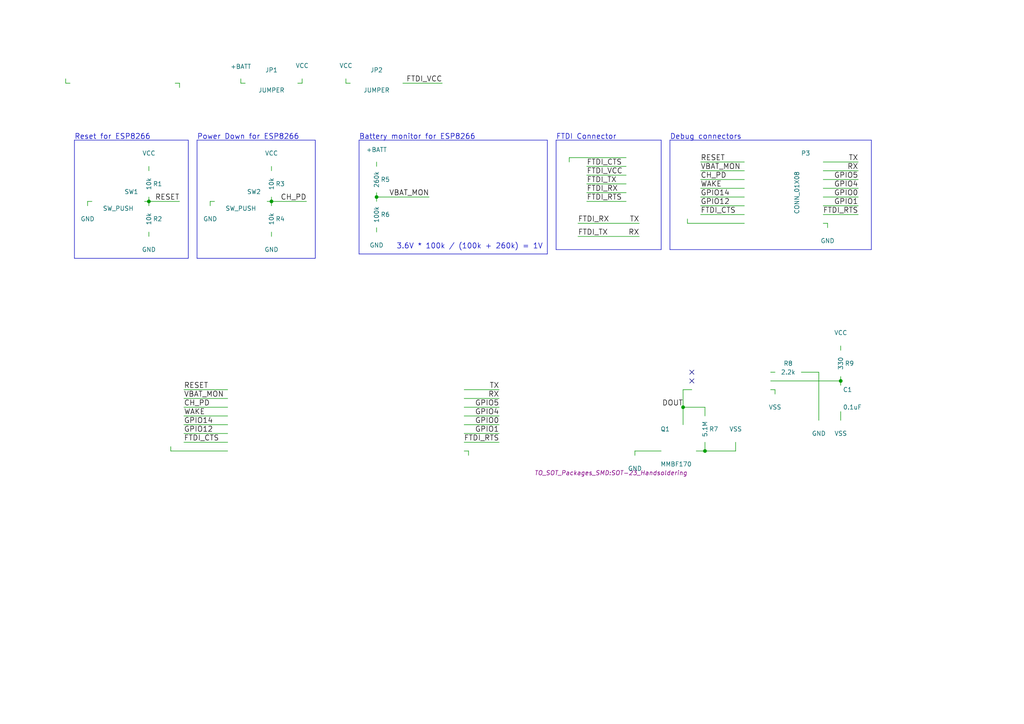
<source format=kicad_sch>
(kicad_sch (version 20230121) (generator eeschema)
  (paper "A4")
  (lib_symbols)
  (junction (at 243.84 110.49))
  (junction (at 78.74 58.42))
  (junction (at 204.47 130.81))
  (junction (at 43.18 58.42))
  (junction (at 198.12 118.11))
  (junction (at 109.22 57.15))
  (no_connect (at 200.66 110.49))
  (no_connect (at 200.66 107.95))
  (wire (pts (xy 53.34 123.19) (xy 66.04 123.19)))
  (wire (pts (xy 109.22 48.26) (xy 109.22 46.99)))
  (wire (pts (xy 223.52 110.49) (xy 243.84 110.49)))
  (wire (pts (xy 53.34 125.73) (xy 66.04 125.73)))
  (wire (pts (xy 198.12 113.03) (xy 198.12 118.11)))
  (wire (pts (xy 43.18 58.42) (xy 43.18 59.69)))
  (wire (pts (xy 167.64 64.77) (xy 185.42 64.77)))
  (polyline (pts (xy 161.29 40.64) (xy 161.29 72.39)))
  (wire (pts (xy 199.39 64.77) (xy 215.9 64.77)))
  (wire (pts (xy 49.53 129.54) (xy 49.53 130.81)))
  (wire (pts (xy 53.34 118.11) (xy 66.04 118.11)))
  (wire (pts (xy 204.47 130.81) (xy 213.36 130.81)))
  (wire (pts (xy 224.79 113.03) (xy 223.52 113.03)))
  (wire (pts (xy 243.84 109.22) (xy 243.84 110.49)))
  (wire (pts (xy 238.76 54.61) (xy 248.92 54.61)))
  (polyline (pts (xy 252.73 40.64) (xy 252.73 72.39)))
  (wire (pts (xy 199.39 63.5) (xy 199.39 64.77)))
  (wire (pts (xy 78.74 48.26) (xy 78.74 49.53)))
  (wire (pts (xy 78.74 58.42) (xy 78.74 59.69)))
  (wire (pts (xy 248.92 62.23) (xy 238.76 62.23)))
  (polyline (pts (xy 104.14 73.66) (xy 158.75 73.66)))
  (wire (pts (xy 52.07 24.13) (xy 52.07 25.4)))
  (wire (pts (xy 43.18 58.42) (xy 52.07 58.42)))
  (wire (pts (xy 213.36 130.81) (xy 213.36 128.27)))
  (wire (pts (xy 134.62 120.65) (xy 144.78 120.65)))
  (wire (pts (xy 203.2 49.53) (xy 215.9 49.53)))
  (wire (pts (xy 53.34 115.57) (xy 66.04 115.57)))
  (wire (pts (xy 185.42 68.58) (xy 167.64 68.58)))
  (wire (pts (xy 78.74 58.42) (xy 88.9 58.42)))
  (wire (pts (xy 144.78 118.11) (xy 134.62 118.11)))
  (wire (pts (xy 69.85 22.86) (xy 69.85 24.13)))
  (wire (pts (xy 204.47 118.11) (xy 198.12 118.11)))
  (polyline (pts (xy 57.15 74.93) (xy 57.15 40.64)))
  (wire (pts (xy 243.84 110.49) (xy 243.84 111.76)))
  (wire (pts (xy 124.46 57.15) (xy 109.22 57.15)))
  (wire (pts (xy 243.84 119.38) (xy 243.84 121.92)))
  (polyline (pts (xy 194.31 40.64) (xy 252.73 40.64)))
  (wire (pts (xy 53.34 128.27) (xy 66.04 128.27)))
  (polyline (pts (xy 54.61 40.64) (xy 54.61 74.93)))
  (polyline (pts (xy 104.14 40.64) (xy 104.14 73.66)))
  (polyline (pts (xy 158.75 73.66) (xy 158.75 40.64)))
  (polyline (pts (xy 158.75 40.64) (xy 104.14 40.64)))
  (wire (pts (xy 109.22 57.15) (xy 109.22 58.42)))
  (wire (pts (xy 201.93 130.81) (xy 204.47 130.81)))
  (wire (pts (xy 144.78 128.27) (xy 134.62 128.27)))
  (polyline (pts (xy 191.77 72.39) (xy 191.77 40.64)))
  (wire (pts (xy 135.89 130.81) (xy 135.89 132.08)))
  (wire (pts (xy 25.4 58.42) (xy 25.4 59.69)))
  (wire (pts (xy 53.34 113.03) (xy 66.04 113.03)))
  (wire (pts (xy 181.61 53.34) (xy 170.18 53.34)))
  (wire (pts (xy 238.76 49.53) (xy 248.92 49.53)))
  (polyline (pts (xy 191.77 40.64) (xy 161.29 40.64)))
  (wire (pts (xy 144.78 123.19) (xy 134.62 123.19)))
  (polyline (pts (xy 91.44 74.93) (xy 57.15 74.93)))
  (wire (pts (xy 53.34 120.65) (xy 66.04 120.65)))
  (wire (pts (xy 165.1 45.72) (xy 181.61 45.72)))
  (wire (pts (xy 184.15 130.81) (xy 191.77 130.81)))
  (wire (pts (xy 60.96 58.42) (xy 60.96 59.69)))
  (wire (pts (xy 203.2 62.23) (xy 215.9 62.23)))
  (wire (pts (xy 224.79 114.3) (xy 224.79 113.03)))
  (polyline (pts (xy 21.59 74.93) (xy 21.59 40.64)))
  (polyline (pts (xy 21.59 40.64) (xy 54.61 40.64)))
  (wire (pts (xy 238.76 59.69) (xy 248.92 59.69)))
  (wire (pts (xy 144.78 113.03) (xy 134.62 113.03)))
  (wire (pts (xy 203.2 54.61) (xy 215.9 54.61)))
  (wire (pts (xy 77.47 58.42) (xy 78.74 58.42)))
  (wire (pts (xy 203.2 57.15) (xy 215.9 57.15)))
  (wire (pts (xy 87.63 24.13) (xy 87.63 22.86)))
  (wire (pts (xy 170.18 55.88) (xy 181.61 55.88)))
  (wire (pts (xy 109.22 67.31) (xy 109.22 66.04)))
  (polyline (pts (xy 54.61 74.93) (xy 21.59 74.93)))
  (wire (pts (xy 60.96 58.42) (xy 62.23 58.42)))
  (wire (pts (xy 49.53 130.81) (xy 66.04 130.81)))
  (polyline (pts (xy 161.29 72.39) (xy 191.77 72.39)))
  (wire (pts (xy 240.03 64.77) (xy 240.03 66.04)))
  (polyline (pts (xy 91.44 40.64) (xy 91.44 74.93)))
  (wire (pts (xy 100.33 22.86) (xy 100.33 24.13)))
  (wire (pts (xy 69.85 24.13) (xy 71.12 24.13)))
  (wire (pts (xy 78.74 68.58) (xy 78.74 67.31)))
  (wire (pts (xy 43.18 48.26) (xy 43.18 49.53)))
  (wire (pts (xy 184.15 130.81) (xy 184.15 132.08)))
  (wire (pts (xy 204.47 128.27) (xy 204.47 130.81)))
  (wire (pts (xy 248.92 57.15) (xy 238.76 57.15)))
  (wire (pts (xy 165.1 45.72) (xy 165.1 46.99)))
  (wire (pts (xy 200.66 113.03) (xy 198.12 113.03)))
  (wire (pts (xy 238.76 64.77) (xy 240.03 64.77)))
  (polyline (pts (xy 252.73 72.39) (xy 194.31 72.39)))
  (wire (pts (xy 134.62 130.81) (xy 135.89 130.81)))
  (wire (pts (xy 19.05 22.86) (xy 19.05 24.13)))
  (wire (pts (xy 100.33 24.13) (xy 101.6 24.13)))
  (wire (pts (xy 203.2 59.69) (xy 215.9 59.69)))
  (wire (pts (xy 181.61 58.42) (xy 170.18 58.42)))
  (wire (pts (xy 43.18 57.15) (xy 43.18 58.42)))
  (wire (pts (xy 204.47 120.65) (xy 204.47 118.11)))
  (wire (pts (xy 203.2 52.07) (xy 215.9 52.07)))
  (wire (pts (xy 43.18 67.31) (xy 43.18 68.58)))
  (wire (pts (xy 116.84 24.13) (xy 128.27 24.13)))
  (wire (pts (xy 224.79 107.95) (xy 223.52 107.95)))
  (wire (pts (xy 248.92 46.99) (xy 238.76 46.99)))
  (wire (pts (xy 134.62 115.57) (xy 144.78 115.57)))
  (wire (pts (xy 170.18 50.8) (xy 181.61 50.8)))
  (wire (pts (xy 248.92 52.07) (xy 238.76 52.07)))
  (wire (pts (xy 50.8 24.13) (xy 52.07 24.13)))
  (wire (pts (xy 19.05 24.13) (xy 20.32 24.13)))
  (wire (pts (xy 232.41 107.95) (xy 237.49 107.95)))
  (wire (pts (xy 86.36 24.13) (xy 87.63 24.13)))
  (wire (pts (xy 237.49 107.95) (xy 237.49 121.92)))
  (polyline (pts (xy 57.15 40.64) (xy 91.44 40.64)))
  (wire (pts (xy 41.91 58.42) (xy 43.18 58.42)))
  (polyline (pts (xy 194.31 72.39) (xy 194.31 40.64)))
  (wire (pts (xy 78.74 57.15) (xy 78.74 58.42)))
  (wire (pts (xy 26.67 58.42) (xy 25.4 58.42)))
  (wire (pts (xy 198.12 118.11) (xy 198.12 123.19)))
  (wire (pts (xy 181.61 48.26) (xy 170.18 48.26)))
  (wire (pts (xy 243.84 100.33) (xy 243.84 101.6)))
  (wire (pts (xy 109.22 55.88) (xy 109.22 57.15)))
  (wire (pts (xy 134.62 125.73) (xy 144.78 125.73)))
  (wire (pts (xy 203.2 46.99) (xy 215.9 46.99)))
  (text "Battery monitor for ESP8266" (at 104.14 40.64 0) (effects (font (size 1.524 1.524)) (justify left bottom)))
  (text "Power Down for ESP8266" (at 57.15 40.64 0) (effects (font (size 1.524 1.524)) (justify left bottom)))
  (text "3.6V * 100k / (100k + 260k) = 1V" (at 157.48 72.39 0) (effects (font (size 1.524 1.524)) (justify right bottom)))
  (text "Reset for ESP8266" (at 21.59 40.64 0) (effects (font (size 1.524 1.524)) (justify left bottom)))
  (text "Debug connectors" (at 194.31 40.64 0) (effects (font (size 1.524 1.524)) (justify left bottom)))
  (text "FTDI Connector" (at 161.29 40.64 0) (effects (font (size 1.524 1.524)) (justify left bottom)))
  (label "GPIO4" (at 248.92 54.61 180) (effects (font (size 1.524 1.524))))
  (label "RESET" (at 53.34 113.03 0) (effects (font (size 1.524 1.524))))
  (label "FTDI_CTS" (at 53.34 128.27 0) (effects (font (size 1.524 1.524))))
  (label "GPIO1" (at 248.92 59.69 180) (effects (font (size 1.524 1.524))))
  (label "GPIO1" (at 144.78 125.73 180) (effects (font (size 1.524 1.524))))
  (label "RESET" (at 52.07 58.42 180) (effects (font (size 1.524 1.524))))
  (label "RX" (at 144.78 115.57 180) (effects (font (size 1.524 1.524))))
  (label "TX" (at 248.92 46.99 180) (effects (font (size 1.524 1.524))))
  (label "FTDI_TX" (at 170.18 53.34 0) (effects (font (size 1.524 1.524))))
  (label "RX" (at 248.92 49.53 180) (effects (font (size 1.524 1.524))))
  (label "TX" (at 144.78 113.03 180) (effects (font (size 1.524 1.524))))
  (label "GPIO12" (at 53.34 125.73 0) (effects (font (size 1.524 1.524))))
  (label "FTDI_TX" (at 167.64 68.58 0) (effects (font (size 1.524 1.524))))
  (label "VBAT_MON" (at 203.2 49.53 0) (effects (font (size 1.524 1.524))))
  (label "FTDI_RTS" (at 144.78 128.27 180) (effects (font (size 1.524 1.524))))
  (label "GPIO14" (at 53.34 123.19 0) (effects (font (size 1.524 1.524))))
  (label "GPIO12" (at 203.2 59.69 0) (effects (font (size 1.524 1.524))))
  (label "GPIO0" (at 248.92 57.15 180) (effects (font (size 1.524 1.524))))
  (label "GPIO5" (at 144.78 118.11 180) (effects (font (size 1.524 1.524))))
  (label "CH_PD" (at 53.34 118.11 0) (effects (font (size 1.524 1.524))))
  (label "FTDI_VCC" (at 170.18 50.8 0) (effects (font (size 1.524 1.524))))
  (label "FTDI_RTS" (at 248.92 62.23 180) (effects (font (size 1.524 1.524))))
  (label "VBAT_MON" (at 124.46 57.15 180) (effects (font (size 1.524 1.524))))
  (label "WAKE" (at 53.34 120.65 0) (effects (font (size 1.524 1.524))))
  (label "FTDI_VCC" (at 128.27 24.13 180) (effects (font (size 1.524 1.524))))
  (label "CH_PD" (at 203.2 52.07 0) (effects (font (size 1.524 1.524))))
  (label "TX" (at 185.42 64.77 180) (effects (font (size 1.524 1.524))))
  (label "VBAT_MON" (at 53.34 115.57 0) (effects (font (size 1.524 1.524))))
  (label "FTDI_RX" (at 167.64 64.77 0) (effects (font (size 1.524 1.524))))
  (label "GPIO0" (at 144.78 123.19 180) (effects (font (size 1.524 1.524))))
  (label "GPIO5" (at 248.92 52.07 180) (effects (font (size 1.524 1.524))))
  (label "GPIO14" (at 203.2 57.15 0) (effects (font (size 1.524 1.524))))
  (label "FTDI_RTS" (at 170.18 58.42 0) (effects (font (size 1.524 1.524))))
  (label "FTDI_CTS" (at 170.18 48.26 0) (effects (font (size 1.524 1.524))))
  (label "FTDI_RX" (at 170.18 55.88 0) (effects (font (size 1.524 1.524))))
  (label "WAKE" (at 203.2 54.61 0) (effects (font (size 1.524 1.524))))
  (label "RESET" (at 203.2 46.99 0) (effects (font (size 1.524 1.524))))
  (label "FTDI_CTS" (at 203.2 62.23 0) (effects (font (size 1.524 1.524))))
  (label "CH_PD" (at 88.9 58.42 180) (effects (font (size 1.524 1.524))))
  (label "GPIO4" (at 144.78 120.65 180) (effects (font (size 1.524 1.524))))
  (label "RX" (at 185.42 68.58 180) (effects (font (size 1.524 1.524))))
  (label "DOUT" (at 198.12 118.11 180) (effects (font (size 1.524 1.524))))
  (symbol (lib_id "BATT_26650x1") (at 35.56 24.13 0) (unit 1)
    (property "Reference" "U1" (at 35.56 26.67 0) (effects (font (size 1.524 1.524))))
    (property "Value" "BATT_26650x1" (at 35.56 21.59 0) (effects (font (size 1.524 1.524))))
    (property "Footprint" "NQBit.pretty:BATT_26650x1" (effects hide))
  )
  (symbol (lib_id "+BATT") (at 19.05 22.86 0) (unit 1)
    (property "Reference" "#PWR01" (effects hide))
    (property "Value" "+BATT" (at 19.05 19.304 0))
  )
  (symbol (lib_id "ESP8266_07") (at 100.33 121.92 0) (unit 1)
    (property "Reference" "U2" (at 100.33 135.89 0) (effects (font (size 1.524 1.524))))
    (property "Value" "ESP8266_07" (at 100.33 107.95 0) (effects (font (size 1.524 1.524))))
    (property "Footprint" "NQBit.pretty:ESP8266_07" (effects hide))
  )
  (symbol (lib_id "GND") (at 135.89 132.08 0) (unit 1)
    (property "Reference" "#PWR02" (effects hide))
    (property "Value" "GND" (at 135.89 135.89 0))
  )
  (symbol (lib_id "+BATT") (at 69.85 22.86 0) (unit 1)
    (property "Reference" "#PWR03" (effects hide))
    (property "Value" "+BATT" (at 69.85 19.304 0))
  )
  (symbol (lib_id "VCC") (at 87.63 22.86 0) (unit 1)
    (property "Reference" "#PWR04" (effects hide))
    (property "Value" "VCC" (at 87.63 19.05 0))
  )
  (symbol (lib_id "VCC") (at 49.53 129.54 0) (unit 1)
    (property "Reference" "#PWR05" (effects hide))
    (property "Value" "VCC" (at 49.53 125.73 0))
  )
  (symbol (lib_id "SW_PUSH") (at 34.29 58.42 0) (unit 1)
    (property "Reference" "SW1" (at 38.1 55.626 0))
    (property "Value" "SW_PUSH" (at 34.29 60.452 0))
    (property "Footprint" "NQBit.pretty:B3S-1000P" (effects hide))
  )
  (symbol (lib_id "R") (at 43.18 53.34 0) (unit 1)
    (property "Reference" "R1" (at 45.72 53.34 0))
    (property "Value" "10k" (at 43.18 53.34 90))
    (property "Footprint" "Resistors_SMD:R_0603_HandSoldering" (effects hide))
  )
  (symbol (lib_id "GND") (at 25.4 59.69 0) (unit 1)
    (property "Reference" "#PWR06" (effects hide))
    (property "Value" "GND" (at 25.4 63.5 0))
  )
  (symbol (lib_id "VCC") (at 43.18 48.26 0) (unit 1)
    (property "Reference" "#PWR07" (effects hide))
    (property "Value" "VCC" (at 43.18 44.45 0))
  )
  (symbol (lib_id "R") (at 78.74 53.34 0) (unit 1)
    (property "Reference" "R3" (at 81.28 53.34 0))
    (property "Value" "10k" (at 78.74 53.34 90))
    (property "Footprint" "Resistors_SMD:R_0603_HandSoldering" (effects hide))
  )
  (symbol (lib_id "VCC") (at 78.74 48.26 0) (unit 1)
    (property "Reference" "#PWR08" (effects hide))
    (property "Value" "VCC" (at 78.74 44.45 0))
  )
  (symbol (lib_id "GND") (at 60.96 59.69 0) (unit 1)
    (property "Reference" "#PWR09" (effects hide))
    (property "Value" "GND" (at 60.96 63.5 0))
  )
  (symbol (lib_id "+BATT") (at 109.22 46.99 0) (unit 1)
    (property "Reference" "#PWR010" (effects hide))
    (property "Value" "+BATT" (at 109.22 43.434 0))
  )
  (symbol (lib_id "R") (at 109.22 52.07 0) (unit 1)
    (property "Reference" "R5" (at 111.76 52.07 0))
    (property "Value" "260k" (at 109.22 52.07 90))
    (property "Footprint" "Resistors_SMD:R_0603_HandSoldering" (effects hide))
  )
  (symbol (lib_id "R") (at 109.22 62.23 0) (unit 1)
    (property "Reference" "R6" (at 111.76 62.23 0))
    (property "Value" "100k" (at 109.22 62.23 90))
    (property "Footprint" "Resistors_SMD:R_0603_HandSoldering" (effects hide))
  )
  (symbol (lib_id "GND") (at 109.22 67.31 0) (unit 1)
    (property "Reference" "#PWR011" (effects hide))
    (property "Value" "GND" (at 109.22 71.12 0))
  )
  (symbol (lib_id "CONN_01X06") (at 186.69 52.07 0) (unit 1)
    (property "Reference" "P1" (at 186.69 43.18 0))
    (property "Value" "CONN_01X06" (at 189.23 52.07 90))
    (property "Footprint" "Pin_Headers:Pin_Header_Straight_1x06" (effects hide))
  )
  (symbol (lib_id "GND") (at 165.1 46.99 0) (unit 1)
    (property "Reference" "#PWR012" (effects hide))
    (property "Value" "GND" (at 165.1 50.8 0))
  )
  (symbol (lib_id "CONN_01X08") (at 220.98 55.88 0) (unit 1)
    (property "Reference" "P2" (at 220.98 44.45 0))
    (property "Value" "CONN_01X08" (at 223.52 55.88 90))
    (property "Footprint" "Pin_Headers:Pin_Header_Straight_1x08" (effects hide))
  )
  (symbol (lib_id "CONN_01X08") (at 233.68 55.88 0) (mirror y) (unit 1)
    (property "Reference" "P3" (at 233.68 44.45 0))
    (property "Value" "CONN_01X08" (at 231.14 55.88 90))
    (property "Footprint" "Pin_Headers:Pin_Header_Straight_1x08" (effects hide))
  )
  (symbol (lib_id "VCC") (at 199.39 63.5 0) (unit 1)
    (property "Reference" "#PWR013" (effects hide))
    (property "Value" "VCC" (at 199.39 59.69 0))
  )
  (symbol (lib_id "GND") (at 240.03 66.04 0) (unit 1)
    (property "Reference" "#PWR014" (effects hide))
    (property "Value" "GND" (at 240.03 69.85 0))
  )
  (symbol (lib_id "JUMPER") (at 78.74 24.13 0) (unit 1)
    (property "Reference" "JP1" (at 78.74 20.32 0))
    (property "Value" "JUMPER" (at 78.74 26.162 0))
    (property "Footprint" "Resistors_SMD:R_0603_HandSoldering" (effects hide))
  )
  (symbol (lib_id "JUMPER") (at 109.22 24.13 0) (unit 1)
    (property "Reference" "JP2" (at 109.22 20.32 0))
    (property "Value" "JUMPER" (at 109.22 26.162 0))
    (property "Footprint" "Resistors_SMD:R_0603_HandSoldering" (effects hide))
  )
  (symbol (lib_id "VCC") (at 100.33 22.86 0) (unit 1)
    (property "Reference" "#PWR015" (effects hide))
    (property "Value" "VCC" (at 100.33 19.05 0))
  )
  (symbol (lib_id "BQ29705") (at 212.09 110.49 0) (unit 1)
    (property "Reference" "U3" (at 212.09 116.84 0) (effects (font (size 1.524 1.524))))
    (property "Value" "BQ29705" (at 212.09 104.14 0) (effects (font (size 1.524 1.524))))
    (property "Footprint" "NQBit.pretty:WFDFN-6" (effects hide))
  )
  (symbol (lib_id "R") (at 228.6 107.95 270) (unit 1)
    (property "Reference" "R8" (at 228.6 105.41 90))
    (property "Value" "2.2k" (at 228.6 107.95 90))
    (property "Footprint" "Resistors_SMD:R_0603_HandSoldering" (effects hide))
  )
  (symbol (lib_id "R") (at 243.84 105.41 0) (unit 1)
    (property "Reference" "R9" (at 246.38 105.41 0))
    (property "Value" "330" (at 243.84 105.41 90))
    (property "Footprint" "Resistors_SMD:R_0603_HandSoldering" (effects hide))
  )
  (symbol (lib_id "C") (at 243.84 115.57 0) (unit 1)
    (property "Reference" "C1" (at 244.475 113.03 0) (effects (justify left)))
    (property "Value" "0.1uF" (at 244.475 118.11 0) (effects (justify left)))
    (property "Footprint" "Capacitors_SMD:C_0603_HandSoldering" (effects hide))
  )
  (symbol (lib_id "MMBF170") (at 196.85 128.27 90) (mirror x) (unit 1)
    (property "Reference" "Q1" (at 194.31 124.46 90) (effects (justify left)))
    (property "Value" "MMBF170" (at 200.66 134.62 90) (effects (justify left)))
    (property "Footprint" "TO_SOT_Packages_SMD:SOT-23_Handsoldering" (at 199.39 137.16 90) (effects (font italic) (justify left)))
  )
  (symbol (lib_id "R") (at 204.47 124.46 0) (unit 1)
    (property "Reference" "R7" (at 207.01 124.46 0))
    (property "Value" "5.1M" (at 204.47 124.46 90))
    (property "Footprint" "Resistors_SMD:R_0603_HandSoldering" (effects hide))
  )
  (symbol (lib_id "VSS") (at 213.36 128.27 0) (unit 1)
    (property "Reference" "#PWR016" (effects hide))
    (property "Value" "VSS" (at 213.36 124.46 0))
  )
  (symbol (lib_id "GND") (at 184.15 132.08 0) (unit 1)
    (property "Reference" "#PWR017" (effects hide))
    (property "Value" "GND" (at 184.15 135.89 0))
  )
  (symbol (lib_id "VSS") (at 52.07 25.4 180) (unit 1)
    (property "Reference" "#PWR018" (effects hide))
    (property "Value" "VSS" (at 52.07 29.21 0))
  )
  (symbol (lib_id "VSS") (at 243.84 121.92 180) (unit 1)
    (property "Reference" "#PWR019" (effects hide))
    (property "Value" "VSS" (at 243.84 125.73 0))
  )
  (symbol (lib_id "GND") (at 237.49 121.92 0) (unit 1)
    (property "Reference" "#PWR020" (effects hide))
    (property "Value" "GND" (at 237.49 125.73 0))
  )
  (symbol (lib_id "VSS") (at 224.79 114.3 180) (unit 1)
    (property "Reference" "#PWR021" (effects hide))
    (property "Value" "VSS" (at 224.79 118.11 0))
  )
  (symbol (lib_id "VCC") (at 243.84 100.33 0) (unit 1)
    (property "Reference" "#PWR022" (effects hide))
    (property "Value" "VCC" (at 243.84 96.52 0))
  )
  (symbol (lib_id "R") (at 78.74 63.5 0) (unit 1)
    (property "Reference" "R4" (at 81.28 63.5 0))
    (property "Value" "10k" (at 78.74 63.5 90))
    (property "Footprint" "Resistors_SMD:R_0603_HandSoldering" (effects hide))
  )
  (symbol (lib_id "GND") (at 78.74 68.58 0) (unit 1)
    (property "Reference" "#PWR023" (effects hide))
    (property "Value" "GND" (at 78.74 72.39 0))
  )
  (symbol (lib_id "R") (at 43.18 63.5 0) (unit 1)
    (property "Reference" "R2" (at 45.72 63.5 0))
    (property "Value" "10k" (at 43.18 63.5 90))
    (property "Footprint" "Resistors_SMD:R_0603_HandSoldering" (effects hide))
  )
  (symbol (lib_id "GND") (at 43.18 68.58 0) (unit 1)
    (property "Reference" "#PWR024" (effects hide))
    (property "Value" "GND" (at 43.18 72.39 0))
  )
  (symbol (lib_id "SW_PUSH") (at 69.85 58.42 0) (unit 1)
    (property "Reference" "SW2" (at 73.66 55.626 0))
    (property "Value" "SW_PUSH" (at 69.85 60.452 0))
    (property "Footprint" "NQBit.pretty:B3S-1000P" (effects hide))
  )
)
</source>
